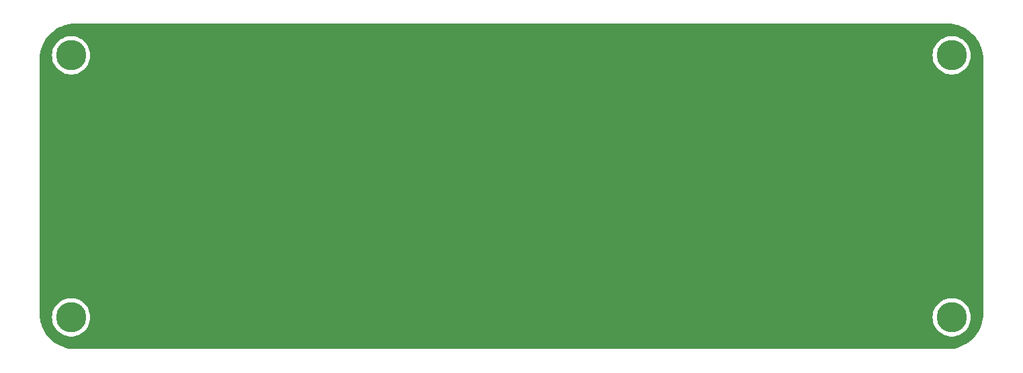
<source format=gbr>
%TF.GenerationSoftware,KiCad,Pcbnew,(6.0.4)*%
%TF.CreationDate,2022-04-30T20:48:29+02:00*%
%TF.ProjectId,bottomplate,626f7474-6f6d-4706-9c61-74652e6b6963,rev?*%
%TF.SameCoordinates,Original*%
%TF.FileFunction,Copper,L2,Bot*%
%TF.FilePolarity,Positive*%
%FSLAX46Y46*%
G04 Gerber Fmt 4.6, Leading zero omitted, Abs format (unit mm)*
G04 Created by KiCad (PCBNEW (6.0.4)) date 2022-04-30 20:48:29*
%MOMM*%
%LPD*%
G01*
G04 APERTURE LIST*
%TA.AperFunction,ConnectorPad*%
%ADD10C,3.800000*%
%TD*%
%TA.AperFunction,ComponentPad*%
%ADD11C,2.600000*%
%TD*%
G04 APERTURE END LIST*
D10*
%TO.P,REF\u002A\u002A,1*%
%TO.N,N/C*%
X94830000Y-79550000D03*
D11*
X94830000Y-79550000D03*
%TD*%
%TO.P,REF\u002A\u002A,1*%
%TO.N,N/C*%
X205830000Y-112550000D03*
D10*
X205830000Y-112550000D03*
%TD*%
D11*
%TO.P,REF\u002A\u002A,1*%
%TO.N,N/C*%
X205830000Y-79550000D03*
D10*
X205830000Y-79550000D03*
%TD*%
D11*
%TO.P,REF\u002A\u002A,1*%
%TO.N,N/C*%
X94830000Y-112550000D03*
D10*
X94830000Y-112550000D03*
%TD*%
%TA.AperFunction,NonConductor*%
G36*
X205300018Y-75560000D02*
G01*
X205314851Y-75562310D01*
X205314855Y-75562310D01*
X205323724Y-75563691D01*
X205344183Y-75561016D01*
X205366007Y-75560072D01*
X205715965Y-75575352D01*
X205726913Y-75576310D01*
X206104498Y-75626019D01*
X206115307Y-75627926D01*
X206487114Y-75710353D01*
X206497731Y-75713198D01*
X206860939Y-75827718D01*
X206871254Y-75831471D01*
X207223123Y-75977220D01*
X207233067Y-75981858D01*
X207570867Y-76157705D01*
X207580387Y-76163201D01*
X207901574Y-76367820D01*
X207910578Y-76374124D01*
X208212716Y-76605962D01*
X208221137Y-76613028D01*
X208501914Y-76870314D01*
X208509686Y-76878086D01*
X208766972Y-77158863D01*
X208774038Y-77167284D01*
X209005876Y-77469422D01*
X209012180Y-77478426D01*
X209216799Y-77799613D01*
X209222294Y-77809132D01*
X209391860Y-78134864D01*
X209398138Y-78146924D01*
X209402780Y-78156877D01*
X209499752Y-78390988D01*
X209548526Y-78508739D01*
X209552285Y-78519068D01*
X209666802Y-78882268D01*
X209669647Y-78892885D01*
X209748272Y-79247538D01*
X209752073Y-79264685D01*
X209753982Y-79275510D01*
X209803690Y-79653086D01*
X209804648Y-79664036D01*
X209819603Y-80006552D01*
X209818223Y-80031429D01*
X209816309Y-80043724D01*
X209817473Y-80052626D01*
X209817473Y-80052628D01*
X209820436Y-80075283D01*
X209821500Y-80091621D01*
X209821500Y-112000633D01*
X209820000Y-112020018D01*
X209817690Y-112034851D01*
X209817690Y-112034855D01*
X209816309Y-112043724D01*
X209818984Y-112064183D01*
X209819928Y-112086011D01*
X209804648Y-112435964D01*
X209803690Y-112446914D01*
X209753982Y-112824490D01*
X209752074Y-112835307D01*
X209682275Y-113150154D01*
X209669647Y-113207114D01*
X209666802Y-113217732D01*
X209552285Y-113580932D01*
X209548529Y-113591254D01*
X209445439Y-113840136D01*
X209402784Y-113943114D01*
X209398142Y-113953067D01*
X209390119Y-113968480D01*
X209222295Y-114290867D01*
X209216799Y-114300387D01*
X209012180Y-114621574D01*
X209005876Y-114630578D01*
X208774038Y-114932716D01*
X208766972Y-114941137D01*
X208509686Y-115221914D01*
X208501914Y-115229686D01*
X208221137Y-115486972D01*
X208212716Y-115494038D01*
X207910578Y-115725876D01*
X207901574Y-115732180D01*
X207580387Y-115936799D01*
X207570868Y-115942294D01*
X207233067Y-116118142D01*
X207223123Y-116122780D01*
X206871254Y-116268529D01*
X206860939Y-116272282D01*
X206497732Y-116386802D01*
X206487115Y-116389647D01*
X206115307Y-116472074D01*
X206104498Y-116473981D01*
X205726914Y-116523690D01*
X205715965Y-116524648D01*
X205373446Y-116539603D01*
X205348571Y-116538223D01*
X205336276Y-116536309D01*
X205327374Y-116537473D01*
X205327372Y-116537473D01*
X205312323Y-116539441D01*
X205304714Y-116540436D01*
X205288379Y-116541500D01*
X95379367Y-116541500D01*
X95359982Y-116540000D01*
X95345149Y-116537690D01*
X95345145Y-116537690D01*
X95336276Y-116536309D01*
X95315817Y-116538984D01*
X95293993Y-116539928D01*
X94944035Y-116524648D01*
X94933086Y-116523690D01*
X94555502Y-116473981D01*
X94544693Y-116472074D01*
X94172885Y-116389647D01*
X94162268Y-116386802D01*
X93799061Y-116272282D01*
X93788746Y-116268529D01*
X93436877Y-116122780D01*
X93426933Y-116118142D01*
X93089132Y-115942294D01*
X93079613Y-115936799D01*
X92758426Y-115732180D01*
X92749422Y-115725876D01*
X92447284Y-115494038D01*
X92438863Y-115486972D01*
X92158086Y-115229686D01*
X92150314Y-115221914D01*
X91893028Y-114941137D01*
X91885962Y-114932716D01*
X91654124Y-114630578D01*
X91647820Y-114621574D01*
X91443201Y-114300387D01*
X91437705Y-114290867D01*
X91269881Y-113968480D01*
X91261858Y-113953067D01*
X91257216Y-113943114D01*
X91214562Y-113840136D01*
X91111471Y-113591254D01*
X91107715Y-113580932D01*
X90993198Y-113217732D01*
X90990353Y-113207114D01*
X90977725Y-113150154D01*
X90907926Y-112835307D01*
X90906018Y-112824490D01*
X90869881Y-112550000D01*
X92416738Y-112550000D01*
X92435767Y-112852462D01*
X92492555Y-113150154D01*
X92586206Y-113438381D01*
X92715242Y-113712598D01*
X92877630Y-113968480D01*
X93070808Y-114201992D01*
X93291729Y-114409450D01*
X93536910Y-114587584D01*
X93802483Y-114733585D01*
X93806152Y-114735038D01*
X93806157Y-114735040D01*
X94080591Y-114843696D01*
X94084261Y-114845149D01*
X94377800Y-114920516D01*
X94678470Y-114958500D01*
X94981530Y-114958500D01*
X95282200Y-114920516D01*
X95575739Y-114845149D01*
X95579409Y-114843696D01*
X95853843Y-114735040D01*
X95853848Y-114735038D01*
X95857517Y-114733585D01*
X96123090Y-114587584D01*
X96368271Y-114409450D01*
X96589192Y-114201992D01*
X96782370Y-113968480D01*
X96944758Y-113712598D01*
X97073794Y-113438381D01*
X97167445Y-113150154D01*
X97224233Y-112852462D01*
X97243262Y-112550000D01*
X203416738Y-112550000D01*
X203435767Y-112852462D01*
X203492555Y-113150154D01*
X203586206Y-113438381D01*
X203715242Y-113712598D01*
X203877630Y-113968480D01*
X204070808Y-114201992D01*
X204291729Y-114409450D01*
X204536910Y-114587584D01*
X204802483Y-114733585D01*
X204806152Y-114735038D01*
X204806157Y-114735040D01*
X205080591Y-114843696D01*
X205084261Y-114845149D01*
X205377800Y-114920516D01*
X205678470Y-114958500D01*
X205981530Y-114958500D01*
X206282200Y-114920516D01*
X206575739Y-114845149D01*
X206579409Y-114843696D01*
X206853843Y-114735040D01*
X206853848Y-114735038D01*
X206857517Y-114733585D01*
X207123090Y-114587584D01*
X207368271Y-114409450D01*
X207589192Y-114201992D01*
X207782370Y-113968480D01*
X207944758Y-113712598D01*
X208073794Y-113438381D01*
X208167445Y-113150154D01*
X208224233Y-112852462D01*
X208243262Y-112550000D01*
X208224233Y-112247538D01*
X208167445Y-111949846D01*
X208073794Y-111661619D01*
X207944758Y-111387402D01*
X207782370Y-111131520D01*
X207589192Y-110898008D01*
X207368271Y-110690550D01*
X207123090Y-110512416D01*
X206857517Y-110366415D01*
X206853848Y-110364962D01*
X206853843Y-110364960D01*
X206579409Y-110256304D01*
X206579408Y-110256304D01*
X206575739Y-110254851D01*
X206282200Y-110179484D01*
X205981530Y-110141500D01*
X205678470Y-110141500D01*
X205377800Y-110179484D01*
X205084261Y-110254851D01*
X205080592Y-110256304D01*
X205080591Y-110256304D01*
X204806157Y-110364960D01*
X204806152Y-110364962D01*
X204802483Y-110366415D01*
X204536910Y-110512416D01*
X204291729Y-110690550D01*
X204070808Y-110898008D01*
X203877630Y-111131520D01*
X203715242Y-111387402D01*
X203586206Y-111661619D01*
X203492555Y-111949846D01*
X203435767Y-112247538D01*
X203416738Y-112550000D01*
X97243262Y-112550000D01*
X97224233Y-112247538D01*
X97167445Y-111949846D01*
X97073794Y-111661619D01*
X96944758Y-111387402D01*
X96782370Y-111131520D01*
X96589192Y-110898008D01*
X96368271Y-110690550D01*
X96123090Y-110512416D01*
X95857517Y-110366415D01*
X95853848Y-110364962D01*
X95853843Y-110364960D01*
X95579409Y-110256304D01*
X95579408Y-110256304D01*
X95575739Y-110254851D01*
X95282200Y-110179484D01*
X94981530Y-110141500D01*
X94678470Y-110141500D01*
X94377800Y-110179484D01*
X94084261Y-110254851D01*
X94080592Y-110256304D01*
X94080591Y-110256304D01*
X93806157Y-110364960D01*
X93806152Y-110364962D01*
X93802483Y-110366415D01*
X93536910Y-110512416D01*
X93291729Y-110690550D01*
X93070808Y-110898008D01*
X92877630Y-111131520D01*
X92715242Y-111387402D01*
X92586206Y-111661619D01*
X92492555Y-111949846D01*
X92435767Y-112247538D01*
X92416738Y-112550000D01*
X90869881Y-112550000D01*
X90856310Y-112446914D01*
X90855352Y-112435964D01*
X90840561Y-112097208D01*
X90842188Y-112070805D01*
X90842769Y-112067352D01*
X90842770Y-112067345D01*
X90843576Y-112062552D01*
X90843729Y-112050000D01*
X90839773Y-112022376D01*
X90838500Y-112004514D01*
X90838500Y-80103250D01*
X90840246Y-80082345D01*
X90842770Y-80067344D01*
X90842770Y-80067341D01*
X90843576Y-80062552D01*
X90843729Y-80050000D01*
X90843039Y-80045184D01*
X90843039Y-80045178D01*
X90841387Y-80033644D01*
X90840234Y-80010284D01*
X90855352Y-79664036D01*
X90856310Y-79653086D01*
X90869881Y-79550000D01*
X92416738Y-79550000D01*
X92435767Y-79852462D01*
X92492555Y-80150154D01*
X92586206Y-80438381D01*
X92715242Y-80712598D01*
X92877630Y-80968480D01*
X93070808Y-81201992D01*
X93291729Y-81409450D01*
X93536910Y-81587584D01*
X93802483Y-81733585D01*
X93806152Y-81735038D01*
X93806157Y-81735040D01*
X94080591Y-81843696D01*
X94084261Y-81845149D01*
X94377800Y-81920516D01*
X94678470Y-81958500D01*
X94981530Y-81958500D01*
X95282200Y-81920516D01*
X95575739Y-81845149D01*
X95579409Y-81843696D01*
X95853843Y-81735040D01*
X95853848Y-81735038D01*
X95857517Y-81733585D01*
X96123090Y-81587584D01*
X96368271Y-81409450D01*
X96589192Y-81201992D01*
X96782370Y-80968480D01*
X96944758Y-80712598D01*
X97073794Y-80438381D01*
X97167445Y-80150154D01*
X97224233Y-79852462D01*
X97243262Y-79550000D01*
X203416738Y-79550000D01*
X203435767Y-79852462D01*
X203492555Y-80150154D01*
X203586206Y-80438381D01*
X203715242Y-80712598D01*
X203877630Y-80968480D01*
X204070808Y-81201992D01*
X204291729Y-81409450D01*
X204536910Y-81587584D01*
X204802483Y-81733585D01*
X204806152Y-81735038D01*
X204806157Y-81735040D01*
X205080591Y-81843696D01*
X205084261Y-81845149D01*
X205377800Y-81920516D01*
X205678470Y-81958500D01*
X205981530Y-81958500D01*
X206282200Y-81920516D01*
X206575739Y-81845149D01*
X206579409Y-81843696D01*
X206853843Y-81735040D01*
X206853848Y-81735038D01*
X206857517Y-81733585D01*
X207123090Y-81587584D01*
X207368271Y-81409450D01*
X207589192Y-81201992D01*
X207782370Y-80968480D01*
X207944758Y-80712598D01*
X208073794Y-80438381D01*
X208167445Y-80150154D01*
X208224233Y-79852462D01*
X208243262Y-79550000D01*
X208224233Y-79247538D01*
X208167445Y-78949846D01*
X208073794Y-78661619D01*
X207944758Y-78387402D01*
X207782370Y-78131520D01*
X207589192Y-77898008D01*
X207368271Y-77690550D01*
X207123090Y-77512416D01*
X206857517Y-77366415D01*
X206853848Y-77364962D01*
X206853843Y-77364960D01*
X206579409Y-77256304D01*
X206579408Y-77256304D01*
X206575739Y-77254851D01*
X206282200Y-77179484D01*
X205981530Y-77141500D01*
X205678470Y-77141500D01*
X205377800Y-77179484D01*
X205084261Y-77254851D01*
X205080592Y-77256304D01*
X205080591Y-77256304D01*
X204806157Y-77364960D01*
X204806152Y-77364962D01*
X204802483Y-77366415D01*
X204536910Y-77512416D01*
X204291729Y-77690550D01*
X204070808Y-77898008D01*
X203877630Y-78131520D01*
X203715242Y-78387402D01*
X203586206Y-78661619D01*
X203492555Y-78949846D01*
X203435767Y-79247538D01*
X203416738Y-79550000D01*
X97243262Y-79550000D01*
X97224233Y-79247538D01*
X97167445Y-78949846D01*
X97073794Y-78661619D01*
X96944758Y-78387402D01*
X96782370Y-78131520D01*
X96589192Y-77898008D01*
X96368271Y-77690550D01*
X96123090Y-77512416D01*
X95857517Y-77366415D01*
X95853848Y-77364962D01*
X95853843Y-77364960D01*
X95579409Y-77256304D01*
X95579408Y-77256304D01*
X95575739Y-77254851D01*
X95282200Y-77179484D01*
X94981530Y-77141500D01*
X94678470Y-77141500D01*
X94377800Y-77179484D01*
X94084261Y-77254851D01*
X94080592Y-77256304D01*
X94080591Y-77256304D01*
X93806157Y-77364960D01*
X93806152Y-77364962D01*
X93802483Y-77366415D01*
X93536910Y-77512416D01*
X93291729Y-77690550D01*
X93070808Y-77898008D01*
X92877630Y-78131520D01*
X92715242Y-78387402D01*
X92586206Y-78661619D01*
X92492555Y-78949846D01*
X92435767Y-79247538D01*
X92416738Y-79550000D01*
X90869881Y-79550000D01*
X90906018Y-79275510D01*
X90907927Y-79264685D01*
X90911729Y-79247538D01*
X90990353Y-78892885D01*
X90993198Y-78882268D01*
X91107715Y-78519068D01*
X91111474Y-78508739D01*
X91160248Y-78390988D01*
X91257220Y-78156877D01*
X91261862Y-78146924D01*
X91268141Y-78134864D01*
X91437706Y-77809132D01*
X91443201Y-77799613D01*
X91647820Y-77478426D01*
X91654124Y-77469422D01*
X91885962Y-77167284D01*
X91893028Y-77158863D01*
X92150314Y-76878086D01*
X92158086Y-76870314D01*
X92438863Y-76613028D01*
X92447284Y-76605962D01*
X92749422Y-76374124D01*
X92758426Y-76367820D01*
X93079613Y-76163201D01*
X93089133Y-76157705D01*
X93426933Y-75981858D01*
X93436877Y-75977220D01*
X93788746Y-75831471D01*
X93799061Y-75827718D01*
X94162269Y-75713198D01*
X94172886Y-75710353D01*
X94544693Y-75627926D01*
X94555502Y-75626019D01*
X94933087Y-75576310D01*
X94944035Y-75575352D01*
X95286554Y-75560397D01*
X95311429Y-75561777D01*
X95323724Y-75563691D01*
X95332626Y-75562527D01*
X95332628Y-75562527D01*
X95351399Y-75560072D01*
X95355286Y-75559564D01*
X95371621Y-75558500D01*
X205280633Y-75558500D01*
X205300018Y-75560000D01*
G37*
%TD.AperFunction*%
M02*

</source>
